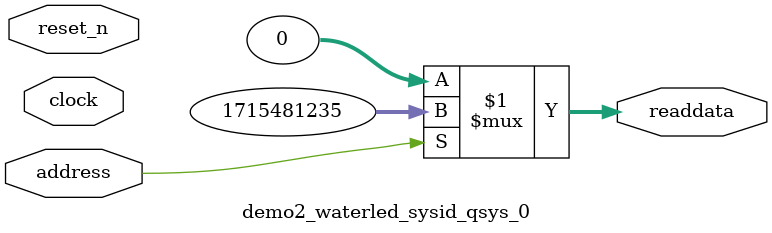
<source format=v>



// synthesis translate_off
`timescale 1ns / 1ps
// synthesis translate_on

// turn off superfluous verilog processor warnings 
// altera message_level Level1 
// altera message_off 10034 10035 10036 10037 10230 10240 10030 

module demo2_waterled_sysid_qsys_0 (
               // inputs:
                address,
                clock,
                reset_n,

               // outputs:
                readdata
             )
;

  output  [ 31: 0] readdata;
  input            address;
  input            clock;
  input            reset_n;

  wire    [ 31: 0] readdata;
  //control_slave, which is an e_avalon_slave
  assign readdata = address ? 1715481235 : 0;

endmodule



</source>
